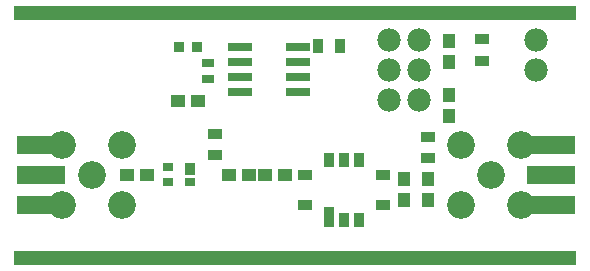
<source format=gts>
G75*
%MOIN*%
%OFA0B0*%
%FSLAX24Y24*%
%IPPOS*%
%LPD*%
%AMOC8*
5,1,8,0,0,1.08239X$1,22.5*
%
%ADD10R,1.8750X0.0450*%
%ADD11R,0.0820X0.0260*%
%ADD12R,0.1640X0.0640*%
%ADD13R,0.0473X0.0434*%
%ADD14R,0.0434X0.0473*%
%ADD15R,0.0512X0.0355*%
%ADD16R,0.0355X0.0512*%
%ADD17R,0.0355X0.0394*%
%ADD18R,0.0355X0.0276*%
%ADD19C,0.0780*%
%ADD20R,0.0355X0.0670*%
%ADD21C,0.0926*%
%ADD22R,0.0394X0.0316*%
%ADD23R,0.0355X0.0355*%
D10*
X009555Y000405D03*
X009555Y008555D03*
D11*
X009650Y007430D03*
X009650Y006930D03*
X009650Y006430D03*
X009650Y005930D03*
X007710Y005930D03*
X007710Y006430D03*
X007710Y006930D03*
X007710Y007430D03*
D12*
X001080Y002180D03*
X001080Y003180D03*
X001080Y004180D03*
X018080Y004180D03*
X018080Y003180D03*
X018080Y002180D03*
D13*
X009215Y003180D03*
X008545Y003180D03*
X008015Y003180D03*
X007345Y003180D03*
X004615Y003180D03*
X003945Y003180D03*
X005645Y005630D03*
X006315Y005630D03*
D14*
X013180Y003015D03*
X013980Y003015D03*
X013980Y002345D03*
X013180Y002345D03*
X014680Y005145D03*
X014680Y005815D03*
X014680Y006945D03*
X014680Y007615D03*
D15*
X015780Y007684D03*
X015780Y006976D03*
X013980Y004434D03*
X013980Y003726D03*
X012483Y003180D03*
X012483Y002180D03*
X009877Y002180D03*
X009877Y003180D03*
X006880Y003826D03*
X006880Y004534D03*
D16*
X010680Y003680D03*
X011180Y003680D03*
X011680Y003680D03*
X011680Y001680D03*
X011180Y001680D03*
X011034Y007480D03*
X010326Y007480D03*
D17*
X006034Y003377D03*
D18*
X005326Y003436D03*
X005326Y002924D03*
X006034Y002924D03*
D19*
X012680Y005680D03*
X013680Y005680D03*
X013680Y006680D03*
X012680Y006680D03*
X012680Y007680D03*
X013680Y007680D03*
X017580Y007680D03*
X017580Y006680D03*
D20*
X010680Y001759D03*
D21*
X015080Y002180D03*
X016080Y003180D03*
X015080Y004180D03*
X017080Y004180D03*
X017080Y002180D03*
X003780Y002180D03*
X001780Y002180D03*
X002780Y003180D03*
X001780Y004180D03*
X003780Y004180D03*
D22*
X006630Y006374D03*
X006630Y006886D03*
D23*
X006275Y007430D03*
X005685Y007430D03*
M02*

</source>
